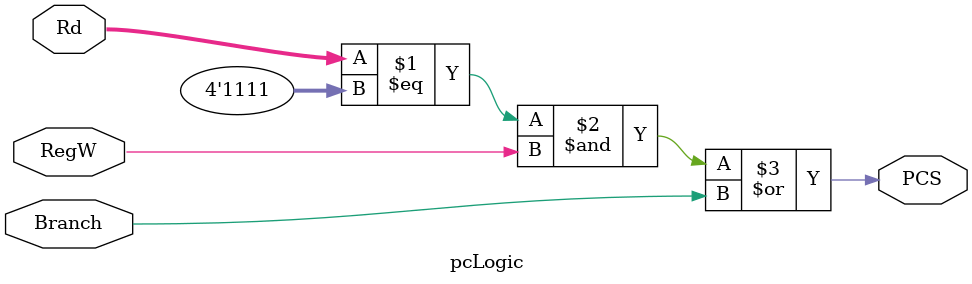
<source format=sv>
module pcLogic(input logic [3:0] Rd,
					 input logic Branch, RegW,
					 output logic PCS);

	assign PCS = ((Rd == 15) & RegW) | Branch;
					 
endmodule 
</source>
